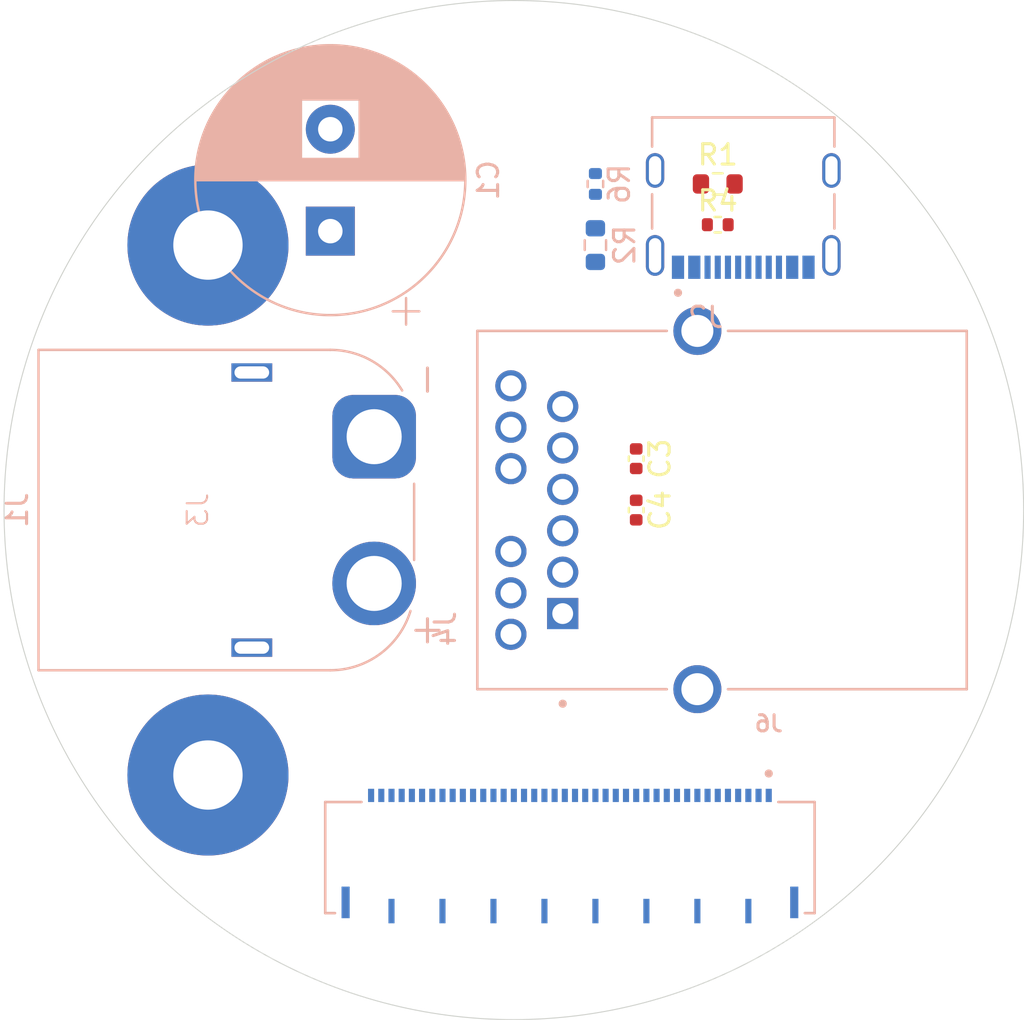
<source format=kicad_pcb>
(kicad_pcb (version 20240108) (generator "pcbnew") (generator_version "8.0")
  (layers (0 "F.Cu" signal "Front Layer") (1 "In1.Cu" power "Ground Plane") (2 "In2.Cu" mixed "Power Plane") (31 "B.Cu" signal "Bottom Layer") (34 "B.Paste" user) (35 "F.Paste" user) (36 "B.SilkS" user "B.Silkscreen") (37 "F.SilkS" user "F.Silkscreen") (38 "B.Mask" user) (39 "F.Mask" user) (44 "Edge.Cuts" user))
  (net 0 "")
  (net 1 "DCBUS")
  (net 2 "GND")
  (net 3 "/USB_DP")
  (net 4 "SHIELD")
  (net 8 "/USB_DM")
  (net 10 "Net-(J2-CC1)")
  (net 11 "Net-(J2-CC2)")
  (net 12 "/ETH0_TXN")
  (net 13 "/ETH1_CT1")
  (net 14 "/ETH0_RXP")
  (net 15 "/ETH1_RXP")
  (net 16 "/ETH1_TXN")
  (net 17 "/ETH0_CT1")
  (net 18 "/ETH1_RXN")
  (net 19 "/ETH0_RXN")
  (net 20 "Net-(J2-DN2)")
  (net 21 "/ETH0_TXP")
  (net 22 "/ETH1_TXP")
  (net 23 "Net-(J2-DP2)")
  (net 24 "VCC")
  (footprint "Capacitor_SMD:C_0402_1005Metric" (layer "F.Cu") (at 156 100 -90)
    (property "Reference" "C4" (at 0 -1.16 90) (layer "F.SilkS"))
    (property "Value" "10pF")
    (fp_line (start -0.107836 0.36) (end 0.107836 0.36) (stroke (width 0.12)) (layer "F.SilkS"))
    (fp_line (start -0.107836 -0.36) (end 0.107836 -0.36) (stroke (width 0.12)) (layer "F.SilkS"))
    (pad "1" smd roundrect (at -0.48 0 270) (size 0.56 0.62) (layers "F.Cu" "F.Paste" "F.Mask") (net 2 "GND"))
    (pad "2" smd roundrect (at 0.48 0 270) (size 0.56 0.62) (layers "F.Cu" "F.Paste" "F.Mask") (net 13 "/ETH1_CT1"))
  )
  (footprint "Capacitor_SMD:C_0402_1005Metric" (layer "F.Cu") (at 156 97.48 -90)
    (property "Reference" "C3" (at 0 -1.16 90) (layer "F.SilkS"))
    (property "Value" "10pF")
    (fp_line (start -0.107836 0.36) (end 0.107836 0.36) (stroke (width 0.12)) (layer "F.SilkS"))
    (fp_line (start -0.107836 -0.36) (end 0.107836 -0.36) (stroke (width 0.12)) (layer "F.SilkS"))
    (pad "1" smd roundrect (at -0.48 0 270) (size 0.56 0.62) (layers "F.Cu" "F.Paste" "F.Mask") (net 2 "GND"))
    (pad "2" smd roundrect (at 0.48 0 270) (size 0.56 0.62) (layers "F.Cu" "F.Paste" "F.Mask") (net 17 "/ETH0_CT1"))
  )
  (footprint "Resistor_SMD:R_0603_1608Metric" (layer "F.Cu") (at 160 84)
    (property "Reference" "R1" (at 0 -1.43 0) (layer "F.SilkS"))
    (property "Value" "5.1k")
    (fp_line (start -0.237258 -0.5225) (end 0.237258 -0.5225) (stroke (width 0.12)) (layer "F.SilkS"))
    (fp_line (start -0.237258 0.5225) (end 0.237258 0.5225) (stroke (width 0.12)) (layer "F.SilkS"))
    (pad "1" smd roundrect (at -0.825 0) (size 0.8 0.95) (layers "F.Cu" "F.Paste" "F.Mask") (net 10 "Net-(J2-CC1)"))
    (pad "2" smd roundrect (at 0.825 0) (size 0.8 0.95) (layers "F.Cu" "F.Paste" "F.Mask") (net 2 "GND"))
  )
  (footprint "Resistor_SMD:R_0402_1005Metric" (layer "F.Cu") (at 160 86)
    (property "Reference" "R4" (at 0 -1.17 0) (layer "F.SilkS"))
    (property "Value" "22R")
    (fp_line (start -0.153641 -0.38) (end 0.153641 -0.38) (stroke (width 0.12)) (layer "F.SilkS"))
    (fp_line (start -0.153641 0.38) (end 0.153641 0.38) (stroke (width 0.12)) (layer "F.SilkS"))
    (pad "1" smd roundrect (at -0.51 0) (size 0.54 0.64) (layers "F.Cu" "F.Paste" "F.Mask") (net 20 "Net-(J2-DN2)"))
    (pad "2" smd roundrect (at 0.51 0) (size 0.54 0.64) (layers "F.Cu" "F.Paste" "F.Mask") (net 8 "/USB_DM"))
  )
  (footprint "Resistor_SMD:R_0603_1608Metric" (layer "B.Cu") (at 154 87 90)
    (property "Reference" "R2" (at 0 1.43 90) (layer "B.SilkS") (effects (justify mirror)))
    (property "Value" "5.1k")
    (fp_line (start 0.237258 -0.5225) (end -0.237258 -0.5225) (stroke (width 0.12)) (layer "B.SilkS"))
    (fp_line (start 0.237258 0.5225) (end -0.237258 0.5225) (stroke (width 0.12)) (layer "B.SilkS"))
    (pad "1" smd roundrect (at -0.825 0 90) (size 0.8 0.95) (layers "B.Cu" "B.Paste" "B.Mask") (net 11 "Net-(J2-CC2)"))
    (pad "2" smd roundrect (at 0.825 0 90) (size 0.8 0.95) (layers "B.Cu" "B.Paste" "B.Mask") (net 2 "GND"))
  )
  (footprint "Resistor_SMD:R_0402_1005Metric" (layer "B.Cu") (at 154 84 90)
    (property "Reference" "R6" (at 0 1.17 90) (layer "B.SilkS") (effects (justify mirror)))
    (property "Value" "22R")
    (fp_line (start 0.153641 -0.38) (end -0.153641 -0.38) (stroke (width 0.12)) (layer "B.SilkS"))
    (fp_line (start 0.153641 0.38) (end -0.153641 0.38) (stroke (width 0.12)) (layer "B.SilkS"))
    (pad "1" smd roundrect (at -0.51 0 90) (size 0.54 0.64) (layers "B.Cu" "B.Paste" "B.Mask") (net 23 "Net-(J2-DP2)"))
    (pad "2" smd roundrect (at 0.51 0 90) (size 0.54 0.64) (layers "B.Cu" "B.Paste" "B.Mask") (net 3 "/USB_DP"))
  )
  (footprint "TYPE-C-31-M-12:HRO_TYPE-C-31-M-12" (layer "B.Cu") (at 161.25 83.3375)
    (property "Reference" "J2" (at -1.85 7.205 0) (layer "B.SilkS") (effects (justify mirror)))
    (property "Value" "TYPE-C-31-M-12")
    (fp_line (start -4.47 -1.17) (end -4.47 -2.6) (stroke (width 0.127)) (layer "B.SilkS"))
    (fp_line (start -4.47 1.17) (end -4.47 2.85) (stroke (width 0.127)) (layer "B.SilkS"))
    (fp_line (start 4.47 -2.6) (end -4.47 -2.6) (stroke (width 0.127)) (layer "B.SilkS"))
    (fp_line (start 4.47 -1.17) (end 4.47 -2.6) (stroke (width 0.127)) (layer "B.SilkS"))
    (fp_line (start 4.47 1.17) (end 4.47 2.85) (stroke (width 0.127)) (layer "B.SilkS"))
    (fp_circle (center -3.2 6) (end -3.1 6) (stroke (width 0.2)) (fill none) (layer "B.SilkS"))
    (pad "" np_thru_hole circle (at -2.89 3.68) (size 0.6 0.6) (drill 0.6) (layers "*.Cu" "*.Mask"))
    (pad "" np_thru_hole circle (at 2.89 3.68) (size 0.6 0.6) (drill 0.6) (layers "*.Cu" "*.Mask"))
    (pad "A1_B12" smd rect (at -3.2 4.75) (size 0.6 1.14) (layers "B.Cu" "B.Paste") (net 2 "GND"))
    (pad "A4_B9" smd rect (at -2.4 4.75) (size 0.6 1.14) (layers "B.Cu" "B.Paste"))
    (pad "A5" smd rect (at -1.25 4.75) (size 0.3 1.14) (layers "B.Cu" "B.Paste") (net 10 "Net-(J2-CC1)"))
    (pad "A6" smd rect (at -0.25 4.75) (size 0.3 1.14) (layers "B.Cu" "B.Paste") (net 3 "/USB_DP"))
    (pad "A7" smd rect (at 0.25 4.75) (size 0.3 1.14) (layers "B.Cu" "B.Paste") (net 8 "/USB_DM"))
    (pad "A8" smd rect (at 1.25 4.75) (size 0.3 1.14) (layers "B.Cu" "B.Paste"))
    (pad "B1_A12" smd rect (at 3.2 4.75) (size 0.6 1.14) (layers "B.Cu" "B.Paste") (net 2 "GND"))
    (pad "B4_A9" smd rect (at 2.4 4.75) (size 0.6 1.14) (layers "B.Cu" "B.Paste"))
    (pad "B5" smd rect (at 1.75 4.75) (size 0.3 1.14) (layers "B.Cu" "B.Paste") (net 11 "Net-(J2-CC2)"))
    (pad "B6" smd rect (at 0.75 4.75) (size 0.3 1.14) (layers "B.Cu" "B.Paste") (net 23 "Net-(J2-DP2)"))
    (pad "B7" smd rect (at -0.75 4.75) (size 0.3 1.14) (layers "B.Cu" "B.Paste") (net 20 "Net-(J2-DN2)"))
    (pad "B8" smd rect (at -1.75 4.75) (size 0.3 1.14) (layers "B.Cu" "B.Paste"))
    (pad "S1" thru_hole oval (at -4.325 4.17) (size 0.9 2) (drill oval 0.6 1.7) (layers "*.Cu" "*.Mask") (net 4 "SHIELD"))
    (pad "S2" thru_hole oval (at 4.325 4.17) (size 0.9 2) (drill oval 0.6 1.7) (layers "*.Cu" "*.Mask") (net 4 "SHIELD"))
    (pad "S3" thru_hole oval (at -4.325 0) (size 0.9 1.7) (drill oval 0.6 1.4) (layers "*.Cu" "*.Mask") (net 4 "SHIELD"))
    (pad "S4" thru_hole oval (at 4.325 0) (size 0.9 1.7) (drill oval 0.6 1.4) (layers "*.Cu" "*.Mask") (net 4 "SHIELD"))
  )
  (footprint "Capacitor_THT:CP_Radial_D13.0mm_P5.00mm" (layer "B.Cu") (at 141 86.315216 90)
    (property "Reference" "C1" (at 2.5 7.75 90) (layer "B.SilkS") (effects (justify mirror)))
    (property "Value" "100V 330uF")
    (fp_line (start 2.58 -6.58) (end 2.58 6.58) (stroke (width 0.12)) (layer "B.SilkS"))
    (fp_line (start 2.54 -6.58) (end 2.54 6.58) (stroke (width 0.12)) (layer "B.SilkS"))
    (fp_line (start 2.5 -6.58) (end 2.5 6.58) (stroke (width 0.12)) (layer "B.SilkS"))
    (fp_line (start 2.66 -6.579) (end 2.66 6.579) (stroke (width 0.12)) (layer "B.SilkS"))
    (fp_line (start 2.62 -6.579) (end 2.62 6.579) (stroke (width 0.12)) (layer "B.SilkS"))
    (fp_line (start 2.7 -6.577) (end 2.7 6.577) (stroke (width 0.12)) (layer "B.SilkS"))
    (fp_line (start 2.74 -6.576) (end 2.74 6.576) (stroke (width 0.12)) (layer "B.SilkS"))
    (fp_line (start 2.78 -6.575) (end 2.78 6.575) (stroke (width 0.12)) (layer "B.SilkS"))
    (fp_line (start 2.82 -6.573) (end 2.82 6.573) (stroke (width 0.12)) (layer "B.SilkS"))
    (fp_line (start 2.86 -6.571) (end 2.86 6.571) (stroke (width 0.12)) (layer "B.SilkS"))
    (fp_line (start 2.9 -6.568) (end 2.9 6.568) (stroke (width 0.12)) (layer "B.SilkS"))
    (fp_line (start 2.94 -6.566) (end 2.94 6.566) (stroke (width 0.12)) (layer "B.SilkS"))
    (fp_line (start 2.98 -6.563) (end 2.98 6.563) (stroke (width 0.12)) (layer "B.SilkS"))
    (fp_line (start 3.02 -6.56) (end 3.02 6.56) (stroke (width 0.12)) (layer "B.SilkS"))
    (fp_line (start 3.06 -6.557) (end 3.06 6.557) (stroke (width 0.12)) (layer "B.SilkS"))
    (fp_line (start 3.1 -6.553) (end 3.1 6.553) (stroke (width 0.12)) (layer "B.SilkS"))
    (fp_line (start 3.14 -6.549) (end 3.14 6.549) (stroke (width 0.12)) (layer "B.SilkS"))
    (fp_line (start 3.18 -6.545) (end 3.18 6.545) (stroke (width 0.12)) (layer "B.SilkS"))
    (fp_line (start 3.221 -6.541) (end 3.221 6.541) (stroke (width 0.12)) (layer "B.SilkS"))
    (fp_line (start 3.261 -6.537) (end 3.261 6.537) (stroke (width 0.12)) (layer "B.SilkS"))
    (fp_line (start 3.301 -6.532) (end 3.301 6.532) (stroke (width 0.12)) (layer "B.SilkS"))
    (fp_line (start 3.341 -6.527) (end 3.341 6.527) (stroke (width 0.12)) (layer "B.SilkS"))
    (fp_line (start 3.381 -6.522) (end 3.381 6.522) (stroke (width 0.12)) (layer "B.SilkS"))
    (fp_line (start 3.421 -6.516) (end 3.421 6.516) (stroke (width 0.12)) (layer "B.SilkS"))
    (fp_line (start 3.461 -6.511) (end 3.461 6.511) (stroke (width 0.12)) (layer "B.SilkS"))
    (fp_line (start 3.501 -6.505) (end 3.501 6.505) (stroke (width 0.12)) (layer "B.SilkS"))
    (fp_line (start 3.541 -6.498) (end 3.541 6.498) (stroke (width 0.12)) (layer "B.SilkS"))
    (fp_line (start 3.581 -6.492) (end 3.581 -1.44) (stroke (width 0.12)) (layer "B.SilkS"))
    (fp_line (start 3.621 -6.485) (end 3.621 -1.44) (stroke (width 0.12)) (layer "B.SilkS"))
    (fp_line (start 3.661 -6.478) (end 3.661 -1.44) (stroke (width 0.12)) (layer "B.SilkS"))
    (fp_line (start 3.701 -6.471) (end 3.701 -1.44) (stroke (width 0.12)) (layer "B.SilkS"))
    (fp_line (start 3.741 -6.463) (end 3.741 -1.44) (stroke (width 0.12)) (layer "B.SilkS"))
    (fp_line (start 3.781 -6.456) (end 3.781 -1.44) (stroke (width 0.12)) (layer "B.SilkS"))
    (fp_line (start 3.821 -6.448) (end 3.821 -1.44) (stroke (width 0.12)) (layer "B.SilkS"))
    (fp_line (start 3.861 -6.439) (end 3.861 -1.44) (stroke (width 0.12)) (layer "B.SilkS"))
    (fp_line (start 3.901 -6.431) (end 3.901 -1.44) (stroke (width 0.12)) (layer "B.SilkS"))
    (fp_line (start 3.941 -6.422) (end 3.941 -1.44) (stroke (width 0.12)) (layer "B.SilkS"))
    (fp_line (start 3.981 -6.413) (end 3.981 -1.44) (stroke (width 0.12)) (layer "B.SilkS"))
    (fp_line (start 4.021 -6.404) (end 4.021 -1.44) (stroke (width 0.12)) (layer "B.SilkS"))
    (fp_line (start 4.061 -6.394) (end 4.061 -1.44) (stroke (width 0.12)) (layer "B.SilkS"))
    (fp_line (start 4.101 -6.384) (end 4.101 -1.44) (stroke (width 0.12)) (layer "B.SilkS"))
    (fp_line (start 4.141 -6.374) (end 4.141 -1.44) (stroke (width 0.12)) (layer "B.SilkS"))
    (fp_line (start 4.181 -6.364) (end 4.181 -1.44) (stroke (width 0.12)) (layer "B.SilkS"))
    (fp_line (start 4.221 -6.353) (end 4.221 -1.44) (stroke (width 0.12)) (layer "B.SilkS"))
    (fp_line (start 4.261 -6.342) (end 4.261 -1.44) (stroke (width 0.12)) (layer "B.SilkS"))
    (fp_line (start 4.301 -6.331) (end 4.301 -1.44) (stroke (width 0.12)) (layer "B.SilkS"))
    (fp_line (start 4.341 -6.32) (end 4.341 -1.44) (stroke (width 0.12)) (layer "B.SilkS"))
    (fp_line (start 4.381 -6.308) (end 4.381 -1.44) (stroke (width 0.12)) (layer "B.SilkS"))
    (fp_line (start 4.421 -6.296) (end 4.421 -1.44) (stroke (width 0.12)) (layer "B.SilkS"))
    (fp_line (start 4.461 -6.284) (end 4.461 -1.44) (stroke (width 0.12)) (layer "B.SilkS"))
    (fp_line (start 4.501 -6.271) (end 4.501 -1.44) (stroke (width 0.12)) (layer "B.SilkS"))
    (fp_line (start 4.541 -6.258) (end 4.541 -1.44) (stroke (width 0.12)) (layer "B.SilkS"))
    (fp_line (start 4.581 -6.245) (end 4.581 -1.44) (stroke (width 0.12)) (layer "B.SilkS"))
    (fp_line (start 4.621 -6.232) (end 4.621 -1.44) (stroke (width 0.12)) (layer "B.SilkS"))
    (fp_line (start 4.661 -6.218) (end 4.661 -1.44) (stroke (width 0.12)) (layer "B.SilkS"))
    (fp_line (start 4.701 -6.204) (end 4.701 -1.44) (stroke (width 0.12)) (layer "B.SilkS"))
    (fp_line (start 4.741 -6.19) (end 4.741 -1.44) (stroke (width 0.12)) (layer "B.SilkS"))
    (fp_line (start 4.781 -6.175) (end 4.781 -1.44) (stroke (width 0.12)) (layer "B.SilkS"))
    (fp_line (start 4.821 -6.161) (end 4.821 -1.44) (stroke (width 0.12)) (layer "B.SilkS"))
    (fp_line (start 4.861 -6.146) (end 4.861 -1.44) (stroke (width 0.12)) (layer "B.SilkS"))
    (fp_line (start 4.901 -6.13) (end 4.901 -1.44) (stroke (width 0.12)) (layer "B.SilkS"))
    (fp_line (start 4.941 -6.114) (end 4.941 -1.44) (stroke (width 0.12)) (layer "B.SilkS"))
    (fp_line (start 4.981 -6.098) (end 4.981 -1.44) (stroke (width 0.12)) (layer "B.SilkS"))
    (fp_line (start 5.021 -6.082) (end 5.021 -1.44) (stroke (width 0.12)) (layer "B.SilkS"))
    (fp_line (start 5.061 -6.065) (end 5.061 -1.44) (stroke (width 0.12)) (layer "B.SilkS"))
    (fp_line (start 5.101 -6.049) (end 5.101 -1.44) (stroke (width 0.12)) (layer "B.SilkS"))
    (fp_line (start 5.141 -6.031) (end 5.141 -1.44) (stroke (width 0.12)) (layer "B.SilkS"))
    (fp_line (start 5.181 -6.014) (end 5.181 -1.44) (stroke (width 0.12)) (layer "B.SilkS"))
    (fp_line (start 5.221 -5.996) (end 5.221 -1.44) (stroke (width 0.12)) (layer "B.SilkS"))
    (fp_line (start 5.261 -5.978) (end 5.261 -1.44) (stroke (width 0.12)) (layer "B.SilkS"))
    (fp_line (start 5.301 -5.959) (end 5.301 -1.44) (stroke (width 0.12)) (layer "B.SilkS"))
    (fp_line (start 5.341 -5.94) (end 5.341 -1.44) (stroke (width 0.12)) (layer "B.SilkS"))
    (fp_line (start 5.381 -5.921) (end 5.381 -1.44) (stroke (width 0.12)) (layer "B.SilkS"))
    (fp_line (start 5.421 -5.902) (end 5.421 -1.44) (stroke (width 0.12)) (layer "B.SilkS"))
    (fp_line (start 5.461 -5.882) (end 5.461 -1.44) (stroke (width 0.12)) (layer "B.SilkS"))
    (fp_line (start 5.501 -5.862) (end 5.501 -1.44) (stroke (width 0.12)) (layer "B.SilkS"))
    (fp_line (start 5.541 -5.841) (end 5.541 -1.44) (stroke (width 0.12)) (layer "B.SilkS"))
    (fp_line (start 5.581 -5.82) (end 5.581 -1.44) (stroke (width 0.12)) (layer "B.SilkS"))
    (fp_line (start 5.621 -5.799) (end 5.621 -1.44) (stroke (width 0.12)) (layer "B.SilkS"))
    (fp_line (start 5.661 -5.778) (end 5.661 -1.44) (stroke (width 0.12)) (layer "B.SilkS"))
    (fp_line (start 5.701 -5.756) (end 5.701 -1.44) (stroke (width 0.12)) (layer "B.SilkS"))
    (fp_line (start 5.741 -5.733) (end 5.741 -1.44) (stroke (width 0.12)) (layer "B.SilkS"))
    (fp_line (start 5.781 -5.711) (end 5.781 -1.44) (stroke (width 0.12)) (layer "B.SilkS"))
    (fp_line (start 5.821 -5.688) (end 5.821 -1.44) (stroke (width 0.12)) (layer "B.SilkS"))
    (fp_line (start 5.861 -5.664) (end 5.861 -1.44) (stroke (width 0.12)) (layer "B.SilkS"))
    (fp_line (start 5.901 -5.641) (end 5.901 -1.44) (stroke (width 0.12)) (layer "B.SilkS"))
    (fp_line (start 5.941 -5.617) (end 5.941 -1.44) (stroke (width 0.12)) (layer "B.SilkS"))
    (fp_line (start 5.981 -5.592) (end 5.981 -1.44) (stroke (width 0.12)) (layer "B.SilkS"))
    (fp_line (start 6.021 -5.567) (end 6.021 -1.44) (stroke (width 0.12)) (layer "B.SilkS"))
    (fp_line (start 6.061 -5.542) (end 6.061 -1.44) (stroke (width 0.12)) (layer "B.SilkS"))
    (fp_line (start 6.101 -5.516) (end 6.101 -1.44) (stroke (width 0.12)) (layer "B.SilkS"))
    (fp_line (start 6.141 -5.49) (end 6.141 -1.44) (stroke (width 0.12)) (layer "B.SilkS"))
    (fp_line (start 6.181 -5.463) (end 6.181 -1.44) (stroke (width 0.12)) (layer "B.SilkS"))
    (fp_line (start 6.221 -5.436) (end 6.221 -1.44) (stroke (width 0.12)) (layer "B.SilkS"))
    (fp_line (start 6.261 -5.409) (end 6.261 -1.44) (stroke (width 0.12)) (layer "B.SilkS"))
    (fp_line (start 6.301 -5.381) (end 6.301 -1.44) (stroke (width 0.12)) (layer "B.SilkS"))
    (fp_line (start 6.341 -5.353) (end 6.341 -1.44) (stroke (width 0.12)) (layer "B.SilkS"))
    (fp_line (start 6.381 -5.324) (end 6.381 -1.44) (stroke (width 0.12)) (layer "B.SilkS"))
    (fp_line (start 6.421 -5.295) (end 6.421 -1.44) (stroke (width 0.12)) (layer "B.SilkS"))
    (fp_line (start 6.461 -5.265) (end 6.461 5.265) (stroke (width 0.12)) (layer "B.SilkS"))
    (fp_line (start 6.501 -5.235) (end 6.501 5.235) (stroke (width 0.12)) (layer "B.SilkS"))
    (fp_line (start 6.541 -5.205) (end 6.541 5.205) (stroke (width 0.12)) (layer "B.SilkS"))
    (fp_line (start 6.581 -5.174) (end 6.581 5.174) (stroke (width 0.12)) (layer "B.SilkS"))
    (fp_line (start 6.621 -5.142) (end 6.621 5.142) (stroke (width 0.12)) (layer "B.SilkS"))
    (fp_line (start 6.661 -5.11) (end 6.661 5.11) (stroke (width 0.12)) (layer "B.SilkS"))
    (fp_line (start 6.701 -5.078) (end 6.701 5.078) (stroke (width 0.12)) (layer "B.SilkS"))
    (fp_line (start 6.741 -5.044) (end 6.741 5.044) (stroke (width 0.12)) (layer "B.SilkS"))
    (fp_line (start 6.781 -5.011) (end 6.781 5.011) (stroke (width 0.12)) (layer "B.SilkS"))
    (fp_line (start 6.821 -4.977) (end 6.821 4.977) (stroke (width 0.12)) (layer "B.SilkS"))
    (fp_line (start 6.861 -4.942) (end 6.861 4.942) (stroke (width 0.12)) (layer "B.SilkS"))
    (fp_line (start 6.901 -4.907) (end 6.901 4.907) (stroke (width 0.12)) (layer "B.SilkS"))
    (fp_line (start 6.941 -4.871) (end 6.941 4.871) (stroke (width 0.12)) (layer "B.SilkS"))
    (fp_line (start 6.981 -4.834) (end 6.981 4.834) (stroke (width 0.12)) (layer "B.SilkS"))
    (fp_line (start 7.021 -4.797) (end 7.021 4.797) (stroke (width 0.12)) (layer "B.SilkS"))
    (fp_line (start 7.061 -4.76) (end 7.061 4.76) (stroke (width 0.12)) (layer "B.SilkS"))
    (fp_line (start 7.101 -4.721) (end 7.101 4.721) (stroke (width 0.12)) (layer "B.SilkS"))
    (fp_line (start 7.141 -4.682) (end 7.141 4.682) (stroke (width 0.12)) (layer "B.SilkS"))
    (fp_line (start 7.181 -4.643) (end 7.181 4.643) (stroke (width 0.12)) (layer "B.SilkS"))
    (fp_line (start 7.221 -4.602) (end 7.221 4.602) (stroke (width 0.12)) (layer "B.SilkS"))
    (fp_line (start 7.261 -4.561) (end 7.261 4.561) (stroke (width 0.12)) (layer "B.SilkS"))
    (fp_line (start 7.301 -4.519) (end 7.301 4.519) (stroke (width 0.12)) (layer "B.SilkS"))
    (fp_line (start 7.341 -4.477) (end 7.341 4.477) (stroke (width 0.12)) (layer "B.SilkS"))
    (fp_line (start 7.381 -4.434) (end 7.381 4.434) (stroke (width 0.12)) (layer "B.SilkS"))
    (fp_line (start 7.421 -4.39) (end 7.421 4.39) (stroke (width 0.12)) (layer "B.SilkS"))
    (fp_line (start 7.461 -4.345) (end 7.461 4.345) (stroke (width 0.12)) (layer "B.SilkS"))
    (fp_line (start 7.501 -4.299) (end 7.501 4.299) (stroke (width 0.12)) (layer "B.SilkS"))
    (fp_line (start 7.541 -4.253) (end 7.541 4.253) (stroke (width 0.12)) (layer "B.SilkS"))
    (fp_line (start 7.581 -4.205) (end 7.581 4.205) (stroke (width 0.12)) (layer "B.SilkS"))
    (fp_line (start 7.621 -4.157) (end 7.621 4.157) (stroke (width 0.12)) (layer "B.SilkS"))
    (fp_line (start 7.661 -4.108) (end 7.661 4.108) (stroke (width 0.12)) (layer "B.SilkS"))
    (fp_line (start 7.701 -4.057) (end 7.701 4.057) (stroke (width 0.12)) (layer "B.SilkS"))
    (fp_line (start 7.741 -4.006) (end 7.741 4.006) (stroke (width 0.12)) (layer "B.SilkS"))
    (fp_line (start 7.781 -3.954) (end 7.781 3.954) (stroke (width 0.12)) (layer "B.SilkS"))
    (fp_line (start 7.821 -3.9) (end 7.821 3.9) (stroke (width 0.12)) (layer "B.SilkS"))
    (fp_line (start 7.861 -3.846) (end 7.861 3.846) (stroke (width 0.12)) (layer "B.SilkS"))
    (fp_line (start 7.901 -3.79) (end 7.901 3.79) (stroke (width 0.12)) (layer "B.SilkS"))
    (fp_line (start 7.941 -3.733) (end 7.941 3.733) (stroke (width 0.12)) (layer "B.SilkS"))
    (fp_line (start 7.981 -3.675) (end 7.981 3.675) (stroke (width 0.12)) (layer "B.SilkS"))
    (fp_line (start 8.021 -3.615) (end 8.021 3.615) (stroke (width 0.12)) (layer "B.SilkS"))
    (fp_line (start 8.061 -3.554) (end 8.061 3.554) (stroke (width 0.12)) (layer "B.SilkS"))
    (fp_line (start 8.101 -3.491) (end 8.101 3.491) (stroke (width 0.12)) (layer "B.SilkS"))
    (fp_line (start 8.141 -3.427) (end 8.141 3.427) (stroke (width 0.12)) (layer "B.SilkS"))
    (fp_line (start 8.181 -3.361) (end 8.181 3.361) (stroke (width 0.12)) (layer "B.SilkS"))
    (fp_line (start 8.221 -3.293) (end 8.221 3.293) (stroke (width 0.12)) (layer "B.SilkS"))
    (fp_line (start 8.261 -3.223) (end 8.261 3.223) (stroke (width 0.12)) (layer "B.SilkS"))
    (fp_line (start 8.301 -3.152) (end 8.301 3.152) (stroke (width 0.12)) (layer "B.SilkS"))
    (fp_line (start 8.341 -3.078) (end 8.341 3.078) (stroke (width 0.12)) (layer "B.SilkS"))
    (fp_line (start 8.381 -3.002) (end 8.381 3.002) (stroke (width 0.12)) (layer "B.SilkS"))
    (fp_line (start 8.421 -2.923) (end 8.421 2.923) (stroke (width 0.12)) (layer "B.SilkS"))
    (fp_line (start 8.461 -2.842) (end 8.461 2.842) (stroke (width 0.12)) (layer "B.SilkS"))
    (fp_line (start 8.501 -2.758) (end 8.501 2.758) (stroke (width 0.12)) (layer "B.SilkS"))
    (fp_line (start 8.541 -2.67) (end 8.541 2.67) (stroke (width 0.12)) (layer "B.SilkS"))
    (fp_line (start 8.581 -2.579) (end 8.581 2.579) (stroke (width 0.12)) (layer "B.SilkS"))
    (fp_line (start 8.621 -2.484) (end 8.621 2.484) (stroke (width 0.12)) (layer "B.SilkS"))
    (fp_line (start 8.661 -2.385) (end 8.661 2.385) (stroke (width 0.12)) (layer "B.SilkS"))
    (fp_line (start 8.701 -2.281) (end 8.701 2.281) (stroke (width 0.12)) (layer "B.SilkS"))
    (fp_line (start 8.741 -2.171) (end 8.741 2.171) (stroke (width 0.12)) (layer "B.SilkS"))
    (fp_line (start 8.781 -2.055) (end 8.781 2.055) (stroke (width 0.12)) (layer "B.SilkS"))
    (fp_line (start 8.821 -1.931) (end 8.821 1.931) (stroke (width 0.12)) (layer "B.SilkS"))
    (fp_line (start 8.861 -1.798) (end 8.861 1.798) (stroke (width 0.12)) (layer "B.SilkS"))
    (fp_line (start 8.901 -1.653) (end 8.901 1.653) (stroke (width 0.12)) (layer "B.SilkS"))
    (fp_line (start 8.941 -1.494) (end 8.941 1.494) (stroke (width 0.12)) (layer "B.SilkS"))
    (fp_line (start 8.981 -1.315) (end 8.981 1.315) (stroke (width 0.12)) (layer "B.SilkS"))
    (fp_line (start 9.021 -1.107) (end 9.021 1.107) (stroke (width 0.12)) (layer "B.SilkS"))
    (fp_line (start 9.061 -0.85) (end 9.061 0.85) (stroke (width 0.12)) (layer "B.SilkS"))
    (fp_line (start 9.101 -0.475) (end 9.101 0.475) (stroke (width 0.12)) (layer "B.SilkS"))
    (fp_line (start 6.421 1.44) (end 6.421 5.295) (stroke (width 0.12)) (layer "B.SilkS"))
    (fp_line (start 6.381 1.44) (end 6.381 5.324) (stroke (width 0.12)) (layer "B.SilkS"))
    (fp_line (start 6.341 1.44) (end 6.341 5.353) (stroke (width 0.12)) (layer "B.SilkS"))
    (fp_line (start 6.301 1.44) (end 6.301 5.381) (stroke (width 0.12)) (layer "B.SilkS"))
    (fp_line (start 6.261 1.44) (end 6.261 5.409) (stroke (width 0.12)) (layer "B.SilkS"))
    (fp_line (start 6.221 1.44) (end 6.221 5.436) (stroke (width 0.12)) (layer "B.SilkS"))
    (fp_line (start 6.181 1.44) (end 6.181 5.463) (stroke (width 0.12)) (layer "B.SilkS"))
    (fp_line (start 6.141 1.44) (end 6.141 5.49) (stroke (width 0.12)) (layer "B.SilkS"))
    (fp_line (start 6.101 1.44) (end 6.101 5.516) (stroke (width 0.12)) (layer "B.SilkS"))
    (fp_line (start 6.061 1.44) (end 6.061 5.542) (stroke (width 0.12)) (layer "B.SilkS"))
    (fp_line (start 6.021 1.44) (end 6.021 5.567) (stroke (width 0.12)) (layer "B.SilkS"))
    (fp_line (start 5.981 1.44) (end 5.981 5.592) (stroke (width 0.12)) (layer "B.SilkS"))
    (fp_line (start 5.941 1.44) (end 5.941 5.617) (stroke (width 0.12)) (layer "B.SilkS"))
    (fp_line (start 5.901 1.44) (end 5.901 5.641) (stroke (width 0.12)) (layer "B.SilkS"))
    (fp_line (start 5.861 1.44) (end 5.861 5.664) (stroke (width 0.12)) (layer "B.SilkS"))
    (fp_line (start 5.821 1.44) (end 5.821 5.688) (stroke (width 0.12)) (layer "B.SilkS"))
    (fp_line (start 5.781 1.44) (end 5.781 5.711) (stroke (width 0.12)) (layer "B.SilkS"))
    (fp_line (start 5.741 1.44) (end 5.741 5.733) (stroke (width 0.12)) (layer "B.SilkS"))
    (fp_line (start 5.701 1.44) (end 5.701 5.756) (stroke (width 0.12)) (layer "B.SilkS"))
    (fp_line (start 5.661 1.44) (end 5.661 5.778) (stroke (width 0.12)) (layer "B.SilkS"))
    (fp_line (start 5.621 1.44) (end 5.621 5.799) (stroke (width 0.12)) (layer "B.SilkS"))
    (fp_line (start 5.581 1.44) (end 5.581 5.82) (stroke (width 0.12)) (layer "B.SilkS"))
    (fp_line (start 5.541 1.44) (end 5.541 5.841) (stroke (width 0.12)) (layer "B.SilkS"))
    (fp_line (start 5.501 1.44) (end 5.501 5.862) (stroke (width 0.12)) (layer "B.SilkS"))
    (fp_line (start 5.461 1.44) (end 5.461 5.882) (stroke (width 0.12)) (layer "B.SilkS"))
    (fp_line (start 5.421 1.44) (end 5.421 5.902) (stroke (width 0.12)) (layer "B.SilkS"))
    (fp_line (start 5.381 1.44) (end 5.381 5.921) (stroke (width 0.12)) (layer "B.SilkS"))
    (fp_line (start 5.341 1.44) (end 5.341 5.94) (stroke (width 0.12)) (layer "B.SilkS"))
    (fp_line (start 5.301 1.44) (end 5.301 5.959) (stroke (width 0.12)) (layer "B.SilkS"))
    (fp_line (start 5.261 1.44) (end 5.261 5.978) (stroke (width 0.12)) (layer "B.SilkS"))
    (fp_line (start 5.221 1.44) (end 5.221 5.996) (stroke (width 0.12)) (layer "B.SilkS"))
    (fp_line (start 5.181 1.44) (end 5.181 6.014) (stroke (width 0.12)) (layer "B.SilkS"))
    (fp_line (start 5.141 1.44) (end 5.141 6.031) (stroke (width 0.12)) (layer "B.SilkS"))
    (fp_line (start 5.101 1.44) (end 5.101 6.049) (stroke (width 0.12)) (layer "B.SilkS"))
    (fp_line (start 5.061 1.44) (end 5.061 6.065) (stroke (width 0.12)) (layer "B.SilkS"))
    (fp_line (start 5.021 1.44) (end 5.021 6.082) (stroke (width 0.12)) (layer "B.SilkS"))
    (fp_line (start 4.981 1.44) (end 4.981 6.098) (stroke (width 0.12)) (layer "B.SilkS"))
    (fp_line (start 4.941 1.44) (end 4.941 6.114) (stroke (width 0.12)) (layer "B.SilkS"))
    (fp_line (start 4.901 1.44) (end 4.901 6.13) (stroke (width 0.12)) (layer "B.SilkS"))
    (fp_line (start 4.861 1.44) (end 4.861 6.146) (stroke (width 0.12)) (layer "B.SilkS"))
    (fp_line (start 4.821 1.44) (end 4.821 6.161) (stroke (width 0.12)) (layer "B.SilkS"))
    (fp_line (start 4.781 1.44) (end 4.781 6.175) (stroke (width 0.12)) (layer "B.SilkS"))
    (fp_line (start 4.741 1.44) (end 4.741 6.19) (stroke (width 0.12)) (layer "B.SilkS"))
    (fp_line (start 4.701 1.44) (end 4.701 6.204) (stroke (width 0.12)) (layer "B.SilkS"))
    (fp_line (start 4.661 1.44) (end 4.661 6.218) (stroke (width 0.12)) (layer "B.SilkS"))
    (fp_line (start 4.621 1.44) (end 4.621 6.232) (stroke (width 0.12)) (layer "B.SilkS"))
    (fp_line (start 4.581 1.44) (end 4.581 6.245) (stroke (width 0.12)) (layer "B.SilkS"))
    (fp_line (start 4.541 1.44) (end 4.541 6.258) (stroke (width 0.12)) (layer "B.SilkS"))
    (fp_line (start 4.501 1.44) (end 4.501 6.271) (stroke (width 0.12)) (layer "B.SilkS"))
    (fp_line (start 4.461 1.44) (end 4.461 6.284) (stroke (width 0.12)) (layer "B.SilkS"))
    (fp_line (start 4.421 1.44) (end 4.421 6.296) (stroke (width 0.12)) (layer "B.SilkS"))
    (fp_line (start 4.381 1.44) (end 4.381 6.308) (stroke (width 0.12)) (layer "B.SilkS"))
    (fp_line (start 4.341 1.44) (end 4.341 6.32) (stroke (width 0.12)) (layer "B.SilkS"))
    (fp_line (start 4.301 1.44) (end 4.301 6.331) (stroke (width 0.12)) (layer "B.SilkS"))
    (fp_line (start 4.261 1.44) (end 4.261 6.342) (stroke (width 0.12)) (layer "B.SilkS"))
    (fp_line (start 4.221 1.44) (end 4.221 6.353) (stroke (width 0.12)) (layer "B.SilkS"))
    (fp_line (start 4.181 1.44) (end 4.181 6.364) (stroke (width 0.12)) (layer "B.SilkS"))
    (fp_line (start 4.141 1.44) (end 4.141 6.374) (stroke (width 0.12)) (layer "B.SilkS"))
    (fp_line (start 4.101 1.44) (end 4.101 6.384) (stroke (width 0.12)) (layer "B.SilkS"))
    (fp_line (start 4.061 1.44) (end 4.061 6.394) (stroke (width 0.12)) (layer "B.SilkS"))
    (fp_line (start 4.021 1.44) (end 4.021 6.404) (stroke (width 0.12)) (layer "B.SilkS"))
    (fp_line (start 3.981 1.44) (end 3.981 6.413) (stroke (width 0.12)) (layer "B.SilkS"))
    (fp_line (start 3.941 1.44) (end 3.941 6.422) (stroke (width 0.12)) (layer "B.SilkS"))
    (fp_line (start 3.901 1.44) (end 3.901 6.431) (stroke (width 0.12)) (layer "B.SilkS"))
    (fp_line (start 3.861 1.44) (end 3.861 6.439) (stroke (width 0.12)) (layer "B.SilkS"))
    (fp_line (start 3.821 1.44) (end 3.821 6.448) (stroke (width 0.12)) (layer "B.SilkS"))
    (fp_line (start 3.781 1.44) (end 3.781 6.456) (stroke (width 0.12)) (layer "B.SilkS"))
    (fp_line (start 3.741 1.44) (end 3.741 6.463) (stroke (width 0.12)) (layer "B.SilkS"))
    (fp_line (start 3.701 1.44) (end 3.701 6.471) (stroke (width 0.12)) (layer "B.SilkS"))
    (fp_line (start 3.661 1.44) (end 3.661 6.478) (stroke (width 0.12)) (layer "B.SilkS"))
    (fp_line (start 3.621 1.44) (end 3.621 6.485) (stroke (width 0.12)) (layer "B.SilkS"))
    (fp_line (start 3.581 1.44) (end 3.581 6.492) (stroke (width 0.12)) (layer "B.SilkS"))
    (fp_line (start -3.934569 3.065) (end -3.934569 4.365) (stroke (width 0.12)) (layer "B.SilkS"))
    (fp_line (start -3.284569 3.715) (end -4.584569 3.715) (stroke (width 0.12)) (layer "B.SilkS"))
    (fp_circle (center 2.5 0) (end 9.12 0) (stroke (width 0.12)) (fill none) (layer "B.SilkS"))
    (pad "1" thru_hole rect (at 0 0 90) (size 2.4 2.4) (drill 1.2) (layers "*.Cu" "*.Mask") (net 1 "DCBUS"))
    (pad "2" thru_hole circle (at 5 0 90) (size 2.4 2.4) (drill 1.2) (layers "*.Cu" "*.Mask") (net 2 "GND"))
  )
  (footprint "holes:Dual Post" (layer "B.Cu") (at 135 100 -90)
    (property "Reference" "J3" (at 0 0.5 90) (layer "B.SilkS") (effects (font (thickness 0.1)) (justify mirror)))
    (property "Value" "Mounting holes")
    (pad "1" thru_hole circle (at -13 0 270) (size 7.9 7.9) (drill 3.4) (layers "*.Cu" "*.Mask") (net 1 "DCBUS"))
    (pad "2" thru_hole circle (at 13 0 270) (size 7.9 7.9) (drill 3.4) (layers "*.Cu" "*.Mask") (net 2 "GND"))
  )
  (footprint "FH41:HRS_FH41-40S-0.5SH_05_" (layer "B.Cu") (at 152.75 116.975 180)
    (property "Reference" "J6" (at -9.75 6.5 0) (layer "B.SilkS") (effects (font (size 0.787402 0.787402)) (justify mirror)))
    (property "Value" "FH41-40S-0.5SH_05_")
    (fp_line (start 12 2.65) (end 12 -2.8) (stroke (width 0.127)) (layer "B.SilkS"))
    (fp_line (start 12 -2.8) (end 11.52 -2.8) (stroke (width 0.127)) (layer "B.SilkS"))
    (fp_line (start 10.22 2.65) (end 12 2.65) (stroke (width 0.127)) (layer "B.SilkS"))
    (fp_line (start -11.52 -2.8) (end -12 -2.8) (stroke (width 0.127)) (layer "B.SilkS"))
    (fp_line (start -12 2.65) (end -10.22 2.65) (stroke (width 0.127)) (layer "B.SilkS"))
    (fp_line (start -12 -2.8) (end -12 2.65) (stroke (width 0.127)) (layer "B.SilkS"))
    (fp_circle (center -9.75 4.05) (end -9.65 4.05) (stroke (width 0.2)) (fill none) (layer "B.SilkS"))
    (pad "1" smd rect (at -9.75 2.975 180) (size 0.3 0.65) (layers "B.Cu") (net 2 "GND"))
    (pad "2" smd rect (at -9.25 2.975 180) (size 0.3 0.65) (layers "B.Cu") (net 2 "GND"))
    (pad "3" smd rect (at -8.75 2.975 180) (size 0.3 0.65) (layers "B.Cu") (net 2 "GND"))
    (pad "4" smd rect (at -8.25 2.975 180) (size 0.3 0.65) (layers "B.Cu") (net 3 "/USB_DP"))
    (pad "5" smd rect (at -7.75 2.975 180) (size 0.3 0.65) (layers "B.Cu") (net 2 "GND"))
    (pad "6" smd rect (at -7.25 2.975 180) (size 0.3 0.65) (layers "B.Cu") (net 8 "/USB_DM"))
    (pad "7" smd rect (at -6.75 2.975 180) (size 0.3 0.65) (layers "B.Cu") (net 2 "GND"))
    (pad "8" smd rect (at -6.25 2.975 180) (size 0.3 0.65) (layers "B.Cu") (net 2 "GND"))
    (pad "9" smd rect (at -5.75 2.975 180) (size 0.3 0.65) (layers "B.Cu") (net 2 "GND"))
    (pad "10" smd rect (at -5.25 2.975 180) (size 0.3 0.65) (layers "B.Cu") (net 14 "/ETH0_RXP"))
    (pad "11" smd rect (at -4.75 2.975 180) (size 0.3 0.65) (layers "B.Cu") (net 2 "GND"))
    (pad "12" smd rect (at -4.25 2.975 180) (size 0.3 0.65) (layers "B.Cu") (net 17 "/ETH0_CT1"))
    (pad "13" smd rect (at -3.75 2.975 180) (size 0.3 0.65) (layers "B.Cu") (net 2 "GND"))
    (pad "14" smd rect (at -3.25 2.975 180) (size 0.3 0.65) (layers "B.Cu") (net 19 "/ETH0_RXN"))
    (pad "15" smd rect (at -2.75 2.975 180) (size 0.3 0.65) (layers "B.Cu") (net 2 "GND"))
    (pad "16" smd rect (at -2.25 2.975 180) (size 0.3 0.65) (layers "B.Cu") (net 21 "/ETH0_TXP"))
    (pad "17" smd rect (at -1.75 2.975 180) (size 0.3 0.65) (layers "B.Cu") (net 2 "GND"))
    (pad "18" smd rect (at -1.25 2.975 180) (size 0.3 0.65) (layers "B.Cu") (net 17 "/ETH0_CT1"))
    (pad "19" smd rect (at -0.75 2.975 180) (size 0.3 0.65) (layers "B.Cu") (net 2 "GND"))
    (pad "20" smd rect (at -0.25 2.975 180) (size 0.3 0.65) (layers "B.Cu") (net 12 "/ETH0_TXN"))
    (pad "21" smd rect (at 0.25 2.975 180) (size 0.3 0.65) (layers "B.Cu") (net 2 "GND"))
    (pad "22" smd rect (at 0.75 2.975 180) (size 0.3 0.65) (layers "B.Cu") (net 2 "GND"))
    (pad "23" smd rect (at 1.25 2.975 180) (size 0.3 0.65) (layers "B.Cu") (net 2 "GND"))
    (pad "24" smd rect (at 1.75 2.975 180) (size 0.3 0.65) (layers "B.Cu") (net 2 "GND"))
    (pad "25" smd rect (at 2.25 2.975 180) (size 0.3 0.65) (layers "B.Cu") (net 2 "GND"))
    (pad "26" smd rect (at 2.75 2.975 180) (size 0.3 0.65) (layers "B.Cu") (net 15 "/ETH1_RXP"))
    (pad "27" smd rect (at 3.25 2.975 180) (size 0.3 0.65) (layers "B.Cu") (net 2 "GND"))
    (pad "28" smd rect (at 3.75 2.975 180) (size 0.3 0.65) (layers "B.Cu") (net 13 "/ETH1_CT1"))
    (pad "29" smd rect (at 4.25 2.975 180) (size 0.3 0.65) (layers "B.Cu") (net 2 "GND"))
    (pad "30" smd rect (at 4.75 2.975 180) (size 0.3 0.65) (layers "B.Cu") (net 18 "/ETH1_RXN"))
    (pad "31" smd rect (at 5.25 2.975 180) (size 0.3 0.65) (layers "B.Cu") (net 2 "GND"))
    (pad "32" smd rect (at 5.75 2.975 180) (size 0.3 0.65) (layers "B.Cu") (net 22 "/ETH1_TXP"))
    (pad "33" smd rect (at 6.25 2.975 180) (size 0.3 0.65) (layers "B.Cu") (net 2 "GND"))
    (pad "34" smd rect (at 6.75 2.975 180) (size 0.3 0.65) (layers "B.Cu") (net 13 "/ETH1_CT1"))
    (pad "35" smd rect (at 7.25 2.975 180) (size 0.3 0.65) (layers "B.Cu") (net 2 "GND"))
    (pad "36" smd rect (at 7.75 2.975 180) (size 0.3 0.65) (layers "B.Cu") (net 16 "/ETH1_TXN"))
    (pad "37" smd rect (at 8.25 2.975 180) (size 0.3 0.65) (layers "B.Cu") (net 2 "GND"))
    (pad "38" smd rect (at 8.75 2.975 180) (size 0.3 0.65) (layers "B.Cu") (net 24 "VCC"))
    (pad "39" smd rect (at 9.25 2.975 180) (size 0.3 0.65) (layers "B.Cu") (net 2 "GND"))
    (pad "40" smd rect (at 9.75 2.975 180) (size 0.3 0.65) (layers "B.Cu") (net 2 "GND"))
    (pad "41" smd rect (at -8.75 -2.7 180) (size 0.3 1.2) (layers "B.Cu" "B.Mask") (net 4 "SHIELD"))
    (pad "42" smd rect (at -6.25 -2.7 180) (size 0.3 1.2) (layers "B.Cu" "B.Mask") (net 4 "SHIELD"))
    (pad "43" smd rect (at -3.75 -2.7 180) (size 0.3 1.2) (layers "B.Cu" "B.Mask") (net 4 "SHIELD"))
    (pad "44" smd rect (at -1.25 -2.7 180) (size 0.3 1.2) (layers "B.Cu" "B.Mask") (net 4 "SHIELD"))
    (pad "45" smd rect (at 1.25 -2.7 180) (size 0.3 1.2) (layers "B.Cu" "B.Mask") (net 4 "SHIELD"))
    (pad "46" smd rect (at 3.75 -2.7 180) (size 0.3 1.2) (layers "B.Cu" "B.Mask") (net 4 "SHIELD"))
    (pad "47" smd rect (at 6.25 -2.7 180) (size 0.3 1.2) (layers "B.Cu" "B.Mask") (net 4 "SHIELD"))
    (pad "48" smd rect (at 8.75 -2.7 180) (size 0.3 1.2) (layers "B.Cu" "B.Mask") (net 4 "SHIELD"))
    (pad "49" smd rect (at -11 -2.275 180) (size 0.4 1.55) (layers "B.Cu" "B.Paste" "B.Mask") (net 4 "SHIELD"))
    (pad "50" smd rect (at 11 -2.275 180) (size 0.4 1.55) (layers "B.Cu" "B.Paste" "B.Mask") (net 4 "SHIELD"))
  )
  (footprint "Connector_AMASS:AMASS_XT60PW-M_1x02_P7.20mm_Horizontal" (layer "B.Cu") (at 143.15 96.4 -90)
    (property "Reference" "J1" (at 3.6 17.5 90) (layer "B.SilkS") (effects (justify mirror)))
    (property "Value" "XT60PW-M")
    (fp_line (start 11.46 16.46) (end -4.26 16.46) (stroke (width 0.12)) (layer "B.SilkS"))
    (fp_line (start -4.26 2.15) (end -4.26 16.46) (stroke (width 0.12)) (layer "B.SilkS"))
    (fp_line (start 11.46 2.15) (end 11.46 16.46) (stroke (width 0.12)) (layer "B.SilkS"))
    (fp_line (start 6.05 -1.96) (end 2.31 -1.96) (stroke (width 0.12)) (layer "B.SilkS"))
    (fp_arc (start -4.26 2.15) (mid -3.727162 0.126139) (end -2.266806 -1.372958) (stroke (width 0.12)) (layer "B.SilkS"))
    (fp_arc (start 8.551648 -1.780413) (mid 10.653852 -0.294722) (end 11.46 2.15) (stroke (width 0.12)) (layer "B.SilkS"))
    (fp_text user "-" (at -2.8 -2.5 90) (layer "B.SilkS") (effects (font (size 1.5 1.5)) (justify mirror)))
    (fp_text user "+" (at 9.5 -2.5 90) (layer "B.SilkS") (effects (font (size 1.5 1.5)) (justify mirror)))
    (pad "" thru_hole rect (at -3.15 6 270) (size 0.9 2) (drill oval 0.6 1.7) (layers "*.Cu" "*.Mask"))
    (pad "" thru_hole rect (at 10.35 6 270) (size 0.9 2) (drill oval 0.6 1.7) (layers "*.Cu" "*.Mask"))
    (pad "1" thru_hole roundrect (at 0 0 270) (size 4.1 4.1) (drill 2.7) (layers "*.Cu" "*.Mask") (net 1 "DCBUS"))
    (pad "2" thru_hole circle (at 7.2 0 270) (size 4.1 4.1) (drill 2.7) (layers "*.Cu" "*.Mask") (net 2 "GND"))
  )
  (footprint "RJ45:BEL_L8AL-1X1T-32A" (layer "B.Cu") (at 159 100 90)
    (property "Reference" "J4" (at -5.825 -12.365 90) (layer "B.SilkS") (effects (justify mirror)))
    (property "Value" "DNP")
    (fp_line (start 8.79 -10.79) (end -8.79 -10.79) (stroke (width 0.127)) (layer "B.SilkS"))
    (fp_line (start 8.79 -1.5) (end 8.79 -10.79) (stroke (width 0.127)) (layer "B.SilkS"))
    (fp_line (start -8.79 -1.5) (end -8.79 -10.79) (stroke (width 0.127)) (layer "B.SilkS"))
    (fp_line (start 8.79 13.21) (end 8.79 1.5) (stroke (width 0.127)) (layer "B.SilkS"))
    (fp_line (start 8.79 13.21) (end -8.79 13.21) (stroke (width 0.127)) (layer "B.SilkS"))
    (fp_line (start -8.79 13.21) (end -8.79 1.5) (stroke (width 0.127)) (layer "B.SilkS"))
    (fp_circle (center -9.5 -6.604) (end -9.4 -6.604) (stroke (width 0.2)) (fill none) (layer "B.SilkS"))
    (pad "" np_thru_hole circle (at -4.826 0 90) (size 3.2512 3.2512) (drill 3.2512) (layers "*.Cu" "*.Mask"))
    (pad "" np_thru_hole circle (at 4.826 0 90) (size 3.2512 3.2512) (drill 3.2512) (layers "*.Cu" "*.Mask"))
    (pad "1" thru_hole rect (at -5.08 -6.604 90) (size 1.53 1.53) (drill 1.02) (layers "*.Cu" "*.Mask") (net 13 "/ETH1_CT1"))
    (pad "2" thru_hole circle (at -3.048 -6.604 90) (size 1.53 1.53) (drill 1.02) (layers "*.Cu" "*.Mask") (net 18 "/ETH1_RXN"))
    (pad "3" thru_hole circle (at -1.016 -6.604 90) (size 1.53 1.53) (drill 1.02) (layers "*.Cu" "*.Mask") (net 15 "/ETH1_RXP"))
    (pad "4" thru_hole circle (at 1.016 -6.604 90) (size 1.53 1.53) (drill 1.02) (layers "*.Cu" "*.Mask") (net 21 "/ETH0_TXP"))
    (pad "5" thru_hole circle (at 3.048 -6.604 90) (size 1.53 1.53) (drill 1.02) (layers "*.Cu" "*.Mask") (net 12 "/ETH0_TXN"))
    (pad "6" thru_hole circle (at 5.08 -6.604 90) (size 1.53 1.53) (drill 1.02) (layers "*.Cu" "*.Mask") (net 17 "/ETH0_CT1"))
    (pad "7" thru_hole circle (at -6.096 -9.144 90) (size 1.53 1.53) (drill 1.02) (layers "*.Cu" "*.Mask") (net 13 "/ETH1_CT1"))
    (pad "8" thru_hole circle (at -4.064 -9.144 90) (size 1.53 1.53) (drill 1.02) (layers "*.Cu" "*.Mask") (net 22 "/ETH1_TXP"))
    (pad "9" thru_hole circle (at -2.032 -9.144 90) (size 1.53 1.53) (drill 1.02) (layers "*.Cu" "*.Mask") (net 16 "/ETH1_TXN"))
    (pad "10" thru_hole circle (at 2.032 -9.144 90) (size 1.53 1.53) (drill 1.02) (layers "*.Cu" "*.Mask") (net 19 "/ETH0_RXN"))
    (pad "11" thru_hole circle (at 4.064 -9.144 90) (size 1.53 1.53) (drill 1.02) (layers "*.Cu" "*.Mask") (net 14 "/ETH0_RXP"))
    (pad "12" thru_hole circle (at 6.096 -9.144 90) (size 1.53 1.53) (drill 1.02) (layers "*.Cu" "*.Mask") (net 17 "/ETH0_CT1"))
    (pad "S1" thru_hole circle (at -8.7884 0 90) (size 2.355 2.355) (drill 1.57) (layers "*.Cu" "*.Mask") (net 4 "SHIELD"))
    (pad "S2" thru_hole circle (at 8.7884 0 90) (size 2.355 2.355) (drill 1.57) (layers "*.Cu" "*.Mask") (net 4 "SHIELD"))
  )
  (gr_circle (center 150 100) (end 175 100) (stroke (width 0.05)) (fill none) (layer "Edge.Cuts"))
)
</source>
